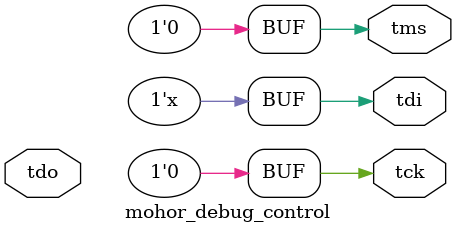
<source format=v>
`timescale 1ns/10ps


// Define IDCODE Value
`define IDCODE_VALUE  32'h14951185

// Length of the Instruction register
`define	IR_LENGTH	4

// Supported Instructions
`define EXTEST          4'b0000
`define SAMPLE_PRELOAD  4'b0001
`define IDCODE          4'b0010
`define DEBUG           4'b1000
`define MBIST           4'b1001
`define BYPASS          4'b1111

// Number of cells in boundary scan chain
`define BS_CELL_NB      32'd558

//dbg_defines.v

// Length of the MODULE ID register
`define	DBG_TOP_MODULE_ID_LENGTH	4

// Length of data
`define DBG_TOP_MODULE_DATA_LEN  `DBG_TOP_MODULE_ID_LENGTH + 1
`define DBG_TOP_DATA_CNT          3

// Length of status
`define DBG_TOP_STATUS_LEN        3'd4
`define DBG_TOP_STATUS_CNT_WIDTH  3

// Length of the CRC
`define	DBG_TOP_CRC_LEN           32
`define DBG_TOP_CRC_CNT           6

// Chains
`define DBG_TOP_WISHBONE_DEBUG_MODULE 4'h0
`define DBG_TOP_CPU0_DEBUG_MODULE     4'h1
`define DBG_TOP_CPU1_DEBUG_MODULE     4'h2

// dbg_wb_defines.v

// If WISHBONE sub-module is supported uncomment the folowing line
`define DBG_WISHBONE_SUPPORTED

// If CPU_0 sub-module is supported uncomment the folowing line
`define DBG_CPU0_SUPPORTED

// If CPU_1 sub-module is supported uncomment the folowing line
//`define DBG_CPU1_SUPPORTED

// If more debug info is needed, uncomment the follofing line
//`define DBG_MORE_INFO


// Defining length of the command
`define DBG_WB_CMD_LEN          3'd4
`define DBG_WB_CMD_CNT_WIDTH    3

// Defining length of the access_type field
`define DBG_WB_ACC_TYPE_LEN     3'd4

// Defining length of the address
`define DBG_WB_ADR_LEN          6'd32

// Defining length of the length register
`define DBG_WB_LEN_LEN          5'd16

// Defining total length of the DR needed
`define DBG_WB_DR_LEN           (`DBG_WB_ACC_TYPE_LEN + `DBG_WB_ADR_LEN + `DBG_WB_LEN_LEN)

// Defining length of the CRC
`define DBG_WB_CRC_LEN          6'd32
`define DBG_WB_CRC_CNT_WIDTH    6

// Defining length of status
`define DBG_WB_STATUS_LEN       3'd4
`define DBG_WB_STATUS_CNT_WIDTH 3

// Defining length of the data
`define DBG_WB_DATA_CNT_WIDTH     (`DBG_WB_LEN_LEN + 3)
`define DBG_WB_DATA_CNT_LIM_WIDTH `DBG_WB_LEN_LEN

//Defining commands
`define DBG_WB_GO               4'h0
`define DBG_WB_RD_COMM          4'h1
`define DBG_WB_WR_COMM          4'h2

// Defining access types for wishbone
`define DBG_WB_WRITE8           4'h0
`define DBG_WB_WRITE16          4'h1
`define DBG_WB_WRITE32          4'h2
`define DBG_WB_READ8            4'h4
`define DBG_WB_READ16           4'h5
`define DBG_WB_READ32           4'h6

// dbg_cpu_defines.v
// Defining length of the command
`define DBG_CPU_CMD_LEN          3'd4
`define DBG_CPU_CMD_CNT_WIDTH    3

// Defining length of the access_type field
`define DBG_CPU_ACC_TYPE_LEN     3'd4

// Defining length of the address
`define DBG_CPU_ADR_LEN          6'd32

// Defining length of the length register
`define DBG_CPU_LEN_LEN          5'd16

// Defining total length of the DR needed
//define DBG_CPU_DR_LEN           (`DBG_CPU_ACC_TYPE_LEN + `DBG_CPU_ADR_LEN + `DBG_CPU_LEN_LEN)
`define DBG_CPU_DR_LEN           52
// Defining length of the CRC
`define DBG_CPU_CRC_LEN          6'd32
`define DBG_CPU_CRC_CNT_WIDTH    6

// Defining length of status
`define DBG_CPU_STATUS_LEN       3'd4
`define DBG_CPU_STATUS_CNT_WIDTH 3

// Defining length of the data
//define DBG_CPU_DATA_CNT_WIDTH      `DBG_CPU_LEN_LEN + 3
`define DBG_CPU_DATA_CNT_WIDTH    19
//define DBG_CPU_DATA_CNT_LIM_WIDTH   `DBG_CPU_LEN_LEN
`define DBG_CPU_DATA_CNT_LIM_WIDTH 16
// Defining length of the control register
`define DBG_CPU_CTRL_LEN         2

//Defining commands
`define DBG_CPU_GO               4'h0
`define DBG_CPU_RD_COMM          4'h1
`define DBG_CPU_WR_COMM          4'h2
`define DBG_CPU_RD_CTRL          4'h3
`define DBG_CPU_WR_CTRL          4'h4

// Defining access types for wishbone
`define DBG_CPU_WRITE            4'h2
`define DBG_CPU_READ             4'h6

module mohor_debug_control(tms, tck, tdi, tdo);
   
   output               tms;
   output               tck;
   output               tdi;
   input                tdo;

   reg                  tms;
   reg                  tck;
   reg                  tdi;
   
   reg [31:0] 		in_data_le, in_data_be;
   reg [31:0] 		incoming_word;
   reg                  err;
   integer              i;
   
   reg [31:0] 		id;
   reg [31:0] 		npc;
   reg [31:0] 		ppc;
   reg [31:0] 		r1;
   reg [31:0] 		insn;
   reg [31:0] 		result;
   reg [31:0] 		tmp;
   
   reg [31:0] 		crc_out;
   reg [31:0] 		crc_in;
   wire                 crc_match_in;
   
   reg [`DBG_TOP_STATUS_LEN -1:0] status;
   reg [`DBG_WB_STATUS_LEN -1:0]  status_wb;
   reg [`DBG_CPU_STATUS_LEN -1:0] status_cpu;
   
   // Text used for easier debugging
   reg [199:0] 			  test_text;
   reg [`DBG_WB_CMD_LEN -1:0] 	  last_wb_cmd;
   reg [`DBG_CPU_CMD_LEN -1:0] 	  last_cpu_cmd;
   reg [199:0] 			  last_wb_cmd_text;
   reg [199:0] 			  last_cpu_cmd_text;
   
   reg [31:0] 			  data_storage [0:4095];   // Data storage (for write and read operations). 
   reg [18:0] 			  length_global;
   
   parameter 			  Tp    = 1;   
//parameter Tck   = 25;   // Clock half period (Clok period = 50 ns => 20 MHz)
   parameter 			  Tck   = 50;   // Clock half period (Clok period = 100 ns => 10 MHz)

   integer cmd;
   integer block_cmd_length;
   integer jtag_instn_val;
   integer set_chain_val;
   
   reg [1:0] cpu_ctrl_val; // two important bits for the ctrl reg
   reg [31:0] cmd_adr;
   reg [31:0]  cmd_size;
   reg [31:0] cmd_data;

   
   initial
     begin
	$display("Mohor JTAG debug interface enabled\n");
	tck    <=#Tp 1'b0;
	tdi    <=#Tp 1'bz;
	tms    <=#Tp 1'b0;
     end
   
   // Receiving data and calculating input crc
   always @(posedge tck)
     begin
	in_data_be[31:1] <= #1 in_data_be[30:0];
	in_data_be[0]    <= #1 tdo;
	
	in_data_le[31]   <= #1 tdo;
	in_data_le[30:0] <= #1 in_data_le[31:1];
     end

   // Generation of the TCK signal
   task gen_clk;
      input [31:0] number;
      integer 	   i;
      begin
	 for(i=0; i<number; i=i+1)
	   begin
              #Tck tck<=1;
              #Tck tck<=0;
	   end
      end
   endtask

   // TAP reset
   task reset_tap;
      
      begin
`ifdef DEBUG_INFO
	 $display("(%0t) Task reset_tap", $time);
`endif
	 tms<=#1 1'b1;
	 gen_clk(5);
      end
   endtask


   // Goes to RunTestIdle state
   task goto_run_test_idle;
      begin
`ifdef DEBUG_INFO
	 $display("(%0t) Task goto_run_test_idle", $time);
`endif
	 tms<=#1 1'b0;
	 gen_clk(1);
      end
   endtask

   // sets the instruction to the IR register and goes to the RunTestIdle state
   task set_instruction;
      input [3:0] instr;
      integer 	  i;
      
      begin
`ifdef DEBUG_INFO
	 case (instr)
	   `EXTEST          : $display("(%0t) Task set_instruction (EXTEST)", $time); 
	   `SAMPLE_PRELOAD  : $display("(%0t) Task set_instruction (SAMPLE_PRELOAD)", $time); 
	   `IDCODE          : $display("(%0t) Task set_instruction (IDCODE)", $time);
	   `DEBUG           : $display("(%0t) Task set_instruction (DEBUG)", $time);
	   `MBIST           : $display("(%0t) Task set_instruction (MBIST)", $time);
	   `BYPASS          : $display("(%0t) Task set_instruction (BYPASS)", $time);
	   default
             begin
                $display("(%0t) Task set_instruction (Unsupported instruction !!!)", $time);
                $display("\tERROR: Unsupported instruction !!!", $time);
                $stop;
             end
	 endcase
`endif

	 tms<=#1 1;
	 gen_clk(2);
	 tms<=#1 0;
	 gen_clk(2);  // we are in shiftIR

	 for(i=0; i<`IR_LENGTH-1; i=i+1)
	   begin
	      tdi<=#1 instr[i];
	      gen_clk(1);
	   end
	 
	 tdi<=#1 instr[i]; // last shift
	 tms<=#1 1;        // going out of shiftIR
	 gen_clk(1);
	 tdi<=#1 'hz;    // tri-state
	 gen_clk(1);
	 tms<=#1 0;
	 gen_clk(1);       // we are in RunTestIdle
      end
   endtask


   // send 32 bits through the device
   task test_bypass;
      input  [31:0] in;
      output [31:0] out;
      integer 	    i;
      
      reg [31:0]    out;

      begin
	 tms<=#Tp 1;
	 gen_clk(1);
	 tms<=#Tp 0;
	 gen_clk(2);             // we are in shiftDR

	 for(i=31; i>=0; i=i-1)
	   begin
	      tdi<=#Tp in[i];
	      gen_clk(1);
	   end

	 tms<=#Tp 1;             // going out of shiftDR
	 gen_clk(1);

	 out <=#Tp in_data_be;
	 tdi<=#Tp 'hz;

	 gen_clk(1);
	 tms<=#Tp 0;
	 gen_clk(1);             // we are in RunTestIdle
      end
   endtask

   // Reads the ID code
   task read_id_code;
      output [31:0] code;
      reg [31:0]    code;
      begin
`ifdef DEBUG_INFO
	 $display("(%0t) Task read_id_code", $time);
`endif

	 tms<=#1 1;
	 gen_clk(1);
	 tms<=#1 0;
	 gen_clk(2);  // we are in shiftDR
	 
	 tdi<=#1 0;
	 gen_clk(31);
	 
	 tms<=#1 1;        // going out of shiftIR
	 gen_clk(1);
	 
	 code = in_data_le;
	 
	 tdi<=#1 'hz; // tri-state
	 gen_clk(1);
	 tms<=#1 0;
	 gen_clk(1);       // we are in RunTestIdle
      end
   endtask

   // test bundary scan chain
   task test_bs;
      input  [31:0] in;
      output [31:0] out;
      integer 	    i;
      
      reg [31:0]    out;

      begin
	 tms<=#Tp 1;
	 gen_clk(1);
	 tms<=#Tp 0;
	 gen_clk(2);             // we are in shiftDR

	 for(i=31; i>=0; i=i-1)
	   begin
	      tdi<=#Tp in[i];
	      gen_clk(1);
	   end

	 gen_clk(`BS_CELL_NB-1);
	 tms<=#Tp 1;             // going out of shiftDR
	 gen_clk(1);

	 out <=#Tp in_data_be;

	 gen_clk(1);
	 tms<=#Tp 0;
	 gen_clk(1);             // we are in RunTestIdle
      end
   endtask



   // sets the selected scan chain and goes to the RunTestIdle state
   task module_select;
      input [`DBG_TOP_MODULE_ID_LENGTH -1:0]  data;
      input 				      gen_crc_err;
      integer 				      i;
      
      begin
`ifdef DEBUG_INFO
	 case (data)
	   `DBG_TOP_CPU1_DEBUG_MODULE : $display("(%0t) Task module_select (DBG_TOP_CPU1_DEBUG_MODULE, gen_crc_err=%0d)", $time, gen_crc_err);
	   `DBG_TOP_CPU0_DEBUG_MODULE : $display("(%0t) Task module_select (DBG_TOP_CPU0_DEBUG_MODULE, gen_crc_err=%0d)", $time, gen_crc_err);
	   `DBG_TOP_WISHBONE_DEBUG_MODULE : $display("(%0t) Task module_select (DBG_TOP_WISHBONE_DEBUG_MODULE gen_crc_err=%0d)", $time, gen_crc_err);
	   default               : $display("(%0t) Task module_select (ERROR!!! Unknown module selected)", $time);
	 endcase
`endif
	 
	 tms<=#1 1'b1;
	 gen_clk(1);
	 tms<=#1 1'b0;
	 gen_clk(2);  // we are in shiftDR
	 
	 status = {`DBG_TOP_STATUS_LEN{1'b0}};    // Initialize status to all 0's
	 crc_out = {`DBG_TOP_CRC_LEN{1'b1}}; // Initialize outgoing CRC to all ff    
	 tdi<=#1 1'b1; // module_select bit
	 calculate_crc(1'b1);
	 gen_clk(1);
	 
	 for(i=`DBG_TOP_MODULE_ID_LENGTH -1; i>=0; i=i-1) // Shifting module ID
	   begin
	      tdi<=#1 data[i];
	      calculate_crc(data[i]);
	      gen_clk(1);
	   end

	 for(i=`DBG_TOP_CRC_LEN -1; i>=0; i=i-1)
	   begin
	      if (gen_crc_err & (i==0))  // Generate crc error at last crc bit
		tdi<=#1 ~crc_out[i];   // error crc
	      else
		tdi<=#1 crc_out[i];    // ok crc
	      
	      gen_clk(1);
	   end
	 
	 tdi<=#1 1'hz;  // tri-state
	 
	 crc_in = {`DBG_TOP_CRC_LEN{1'b1}};  // Initialize incoming CRC to all ff
	 
	 for(i=`DBG_TOP_STATUS_LEN -1; i>=0; i=i-1)
	   begin
              gen_clk(1);     // Generating 1 clock to read out a status bit.
              status[i] = tdo;
	   end
	 
	 for(i=0; i<`DBG_TOP_CRC_LEN -1; i=i+1)
	   gen_clk(1);
	 
	 tms<=#1 1'b1;
	 gen_clk(1);         // to exit1_dr
	 
	 if (~crc_match_in)
	   begin
              $display("(%0t) Incoming CRC failed !!!", $time);
`ifdef DEBUG_INFO
              $stop;
`endif
	   end

	 tms<=#1 1'b1;
	 gen_clk(1);         // to update_dr
	 tms<=#1 1'b0;
	 gen_clk(1);         // to run_test_idle

	 if (|status)
	   begin
              $write("(*E) (%0t) Module select error: ", $time);
              casex (status)
		4'b1xxx : $display("CRC error !!!\n\n", $time);
		4'bx1xx : $display("Non-existing module selected !!!\n\n", $time);
		4'bxx1x : $display("Status[1] should be 1'b0 !!!\n\n", $time);
		4'bxxx1 : $display("Status[0] should be 1'b0 !!!\n\n", $time);
              endcase
`ifdef DEBUG_INFO
              $stop;
`endif
	   end
      end
   endtask   // module_select



   // 32-bit write to the wishbone
   task wb_write_32;
      input [31:0] data;
      input [`DBG_WB_ADR_LEN -1:0] addr;
      input [`DBG_WB_LEN_LEN -1:0] length;

      begin
	 data_storage[0] = data;
	 debug_wishbone_wr_comm(`DBG_WB_WRITE32, addr, length, 1'b0);
	 last_wb_cmd = `DBG_WB_WRITE32;  last_wb_cmd_text = "DBG_WB_WRITE32";
	 length_global = length + 1;
	 debug_wishbone_go(1'b0, 1'b0);
	 //debug_wishbone_go(1'b1, 1'b0); // maybe causes underrun/overrun error when wait for WB ready?
	 if (length>3)
	   $display("WARNING: Only first data word is stored for writting ( See module %m)");
      end
   endtask

   // block 32-bit write to the wishbone
   // presumes data is already in data_storage[]
   task wb_block_write_32;
				    
      input [`DBG_WB_ADR_LEN -1:0] addr;
      input [`DBG_WB_LEN_LEN -1:0] length;

      begin

	 debug_wishbone_wr_comm(`DBG_WB_WRITE32, addr, length-1, 1'b0);

	 last_wb_cmd = `DBG_WB_WRITE32;  last_wb_cmd_text = "DBG_WB_WRITE32";
	 
	 length_global = length; // number of bytes!
	 	 
	 debug_wishbone_go(1'b0, 1'b0);
	 
	 //debug_wishbone_go(1'b1, 1'b0); // maybe causes underrun/overrun error when wait for WB ready?
	 
      end
   endtask
   
   // 32-bit read from the wishbone
   task wb_read_32;

    output [31:0] data;

    input [`DBG_WB_ADR_LEN -1:0] addr;
    input [`DBG_WB_LEN_LEN -1:0] length;

      begin
	 debug_wishbone_wr_comm(`DBG_WB_READ32, addr, length, 1'b0);
	 last_wb_cmd = `DBG_WB_READ32;  last_wb_cmd_text = "DBG_WB_READ32";
	 length_global = length + 1;
	 //debug_wishbone_go(1'b0, 1'b0);
	 debug_wishbone_go(1'b1, 1'b0);
	 data = data_storage[0];
	 if (length>3)
	   $display("WARNING: Only first data word is stored for writting ( See module %m)");
      end
   endtask // wb_read_32

   // 8-bit read from the wishbone
   task wb_read_8;

    output [31:0] data;

    input [`DBG_WB_ADR_LEN -1:0] addr;
    input [`DBG_WB_LEN_LEN -1:0] length;

      begin
	 debug_wishbone_wr_comm(`DBG_WB_READ8, addr, length, 1'b0);
	 last_wb_cmd = `DBG_WB_READ8;  last_wb_cmd_text = "DBG_WB_READ8";
	 length_global = length + 1;
	 debug_wishbone_go(1'b1, 1'b0);
	 data = data_storage[0];
      end
   endtask // wb_read_8
   


   // block 32-bit read from the wishbone
   // assumes data will be stored into data_storage[]
   task wb_block_read_32;

    input [`DBG_WB_ADR_LEN -1:0] addr;
    input [`DBG_WB_LEN_LEN -1:0] length;

      begin
	 debug_wishbone_wr_comm(`DBG_WB_READ32, addr, length-1, 1'b0);

	 last_wb_cmd = `DBG_WB_READ32;  last_wb_cmd_text = "DBG_WB_READ32";
	 
	 length_global = length;
	 
	 //debug_wishbone_go(1'b0, 1'b0);
	 debug_wishbone_go(1'b1, 1'b0);
	 	 
      end
   endtask

				    
   // 16-bit write to the wishbone
   task wb_write_16;
      input [15:0] data;
      input [`DBG_WB_ADR_LEN -1:0] addr;
      input [`DBG_WB_LEN_LEN -1:0] length;

      begin
	 data_storage[0] = {data, 16'h0};
	 debug_wishbone_wr_comm(`DBG_WB_WRITE16, addr, length, 1'b0);
	 last_wb_cmd = `DBG_WB_WRITE16;  last_wb_cmd_text = "DBG_WB_WRITE16";
	 length_global = length + 1;
	 debug_wishbone_go(1'b0, 1'b0);
	 if (length>1)
	   $display("WARNING: Only first data half is stored for writting ( See module %m)");
      end
   endtask



   // 8-bit write to the wishbone
   task wb_write_8;
      input [7:0] data;
      input [`DBG_WB_ADR_LEN -1:0] addr;
      input [`DBG_WB_LEN_LEN -1:0] length;

      begin
	 data_storage[0] = {data, 24'h0};
	 debug_wishbone_wr_comm(`DBG_WB_WRITE8, addr, length, 1'b0);
	 last_wb_cmd = `DBG_WB_WRITE8;  last_wb_cmd_text = "DBG_WB_WRITE8";
	 length_global = length + 1;
	 debug_wishbone_go(1'b0, 1'b0);
	 if (length>0)
	   $display("WARNING: Only first data byte is stored for writting ( See module %m)");
      end
   endtask



   task debug_wishbone_wr_comm;
      input [`DBG_WB_ACC_TYPE_LEN -1:0]   acc_type;
      input [`DBG_WB_ADR_LEN -1:0] 	  addr;
      input [`DBG_WB_LEN_LEN -1:0] 	  length;
      input                               gen_crc_err;
      integer                             i;
      reg [`DBG_WB_CMD_LEN -1:0] 	  command;
      
      begin
`ifdef DEBUG_INFO
	 $display("(%0t) Task debug_wishbone_wr_comm: ", $time);
`endif
	 
	 command = `DBG_WB_WR_COMM;
	 tms<=#1 1'b1;
	 gen_clk(1);
	 tms<=#1 1'b0;
	 gen_clk(2);  // we are in shiftDR
	 
	 crc_out = {`DBG_WB_CRC_LEN{1'b1}}; // Initialize outgoing CRC to all ff
	 
	 tdi<=#1 1'b0; // module_select bit = 0
	 calculate_crc(1'b0);
	 gen_clk(1);
	 
	 for(i=`DBG_WB_CMD_LEN -1; i>=0; i=i-1)
	   begin
	      tdi<=#1 command[i]; // command
	      calculate_crc(command[i]);
	      gen_clk(1);
	   end
	 
	 for(i=`DBG_WB_ACC_TYPE_LEN -1; i>=0; i=i-1)
	   begin
	      tdi<=#1 acc_type[i]; // command
	      calculate_crc(acc_type[i]);
	      gen_clk(1);
	   end
	 
	 for(i=`DBG_WB_ADR_LEN -1; i>=0; i=i-1)       // address
	   begin
	      tdi<=#1 addr[i];
	      calculate_crc(addr[i]);
	      gen_clk(1);
	   end
	 
	 for(i=`DBG_WB_LEN_LEN -1; i>=0; i=i-1)       // length
	   begin
	      tdi<=#1 length[i];
	      calculate_crc(length[i]);
	      gen_clk(1);
	   end
	 
	 for(i=`DBG_WB_CRC_LEN -1; i>=0; i=i-1)
	   begin
	      if (gen_crc_err & (i==0))  // Generate crc error at last crc bit
		tdi<=#1 ~crc_out[i];   // error crc
	      else
		tdi<=#1 crc_out[i];    // ok crc
	      
	      gen_clk(1);
	   end
	 
	 tdi<=#1 1'hz;
	 
	 crc_in = {`DBG_WB_CRC_LEN{1'b1}};  // Initialize incoming CRC to all ff
	 
	 for(i=`DBG_WB_STATUS_LEN -1; i>=0; i=i-1)
	   begin
              gen_clk(1);     // Generating clock to read out a status bit.
              status_wb[i] = tdo;
	   end
	 
	 if (|status_wb)
	   begin
              $write("(*E) (%0t) debug_wishbone_wr_comm error: ", $time);
              casex (status_wb)
		4'b1xxx : $display("CRC error !!!\n\n", $time);
		4'bx1xx : $display("Unknown command !!!\n\n", $time);
		4'bxx1x : $display("WISHBONE error !!!\n\n", $time);
		4'bxxx1 : $display("Overrun/Underrun !!!\n\n", $time);
              endcase
`ifdef DEBUG_INFO
              $stop;
`endif
	   end
	 
	 
	 for(i=0; i<`DBG_WB_CRC_LEN -1; i=i+1)  // Getting in the CRC
	   begin
	      gen_clk(1);
	   end
	 
	 tms<=#1 1'b1;
	 gen_clk(1);         // to exit1_dr
	 
	 if (~crc_match_in)
	   begin
              $display("(%0t) Incoming CRC failed !!!", $time);
`ifdef DEBUG_INFO
              $stop;
`endif
	   end

	 tms<=#1 1'b1;
	 gen_clk(1);         // to update_dr
	 tms<=#1 1'b0;
	 gen_clk(1);         // to run_test_idle
      end
   endtask       // debug_wishbone_wr_comm



   task debug_wishbone_go;

      input         wait_for_wb_ready;
      input         gen_crc_err;
      integer 	    i;
      reg [4:0]     bit_pointer;
      integer       word_pointer;
      reg [31:0]    tmp_data;
      reg [`DBG_WB_CMD_LEN -1:0] command;
      
      
      begin
	 
`ifdef DEBUG_INFO
	 $display("(%0t) Task debug_wishbone_go (previous command was %0s): ", $time, last_wb_cmd_text);
`endif

	 command = `DBG_WB_GO;
	 word_pointer = 0;
	 
	 tms<=#1 1'b1;
	 gen_clk(1);
	 tms<=#1 1'b0;
	 gen_clk(2);  // we are in shiftDR
	 
	 crc_out = {`DBG_WB_CRC_LEN{1'b1}}; // Initialize outgoing CRC to all ff
	 
	 tdi<=#1 1'b0; // module_select bit = 0
	 calculate_crc(1'b0);
	 gen_clk(1);
	 
	 for(i=`DBG_WB_CMD_LEN -1; i>=0; i=i-1)
	   begin
	      tdi<=#1 command[i]; // command
	      calculate_crc(command[i]);
	      gen_clk(1);
	   end
	 
	 // W R I T E
	 if (
	     (last_wb_cmd == `DBG_WB_WRITE8) | (last_wb_cmd == `DBG_WB_WRITE16) | 
	     (last_wb_cmd == `DBG_WB_WRITE32)
	     )  // When WB_WRITEx was previously activated, data needs to be shifted.
	   begin
              for (i=0; i<((length_global) << 3); i=i+1)
		begin
		   
		   if ((!(i%32)) && (i>0))
		     begin			
			word_pointer = word_pointer + 1;
		     end
		   
		   tmp_data = data_storage[word_pointer];		   
		   
		   bit_pointer = 31-i[4:0];
		   
		   tdi<=#1 tmp_data[bit_pointer];
		   
		   calculate_crc(tmp_data[bit_pointer]);
		   
		   gen_clk(1);

		end
	   end
	 
	 for(i=`DBG_WB_CRC_LEN -1; i>=1; i=i-1)
	   begin
	      tdi<=#1 crc_out[i];
	      gen_clk(1);
	   end
	 
	 if (gen_crc_err)  // Generate crc error at last crc bit
	   tdi<=#1 ~crc_out[0];   // error crc
	 else
	   tdi<=#1 crc_out[0];    // ok crc
	 
	 if (wait_for_wb_ready)
	   begin
              tms<=#1 1'b1;
              gen_clk(1);       // to exit1_dr. Last CRC is shifted on this clk
              tms<=#1 1'b0;
              gen_clk(1);       // to pause_dr
	      
              #2;             // wait a bit for tdo to activate
              while (tdo)     // waiting for wb to send "ready"
		begin
		   gen_clk(1);       // staying in pause_dr
		end
	      
              tms<=#1 1'b1;
              gen_clk(1);       // to exit2_dr
              tms<=#1 1'b0;
              gen_clk(1);       // to shift_dr
	   end
	 else
	   begin
              gen_clk(1);       // Last CRC is shifted on this clk
	   end
	 
	 
	 tdi<=#1 1'hz;

	 // R E A D
	 
	 crc_in = {`DBG_WB_CRC_LEN{1'b1}};  // Initialize incoming CRC to all ff
	 
	 if (
	     (last_wb_cmd == `DBG_WB_READ8) | (last_wb_cmd == `DBG_WB_READ16) | 
	     (last_wb_cmd == `DBG_WB_READ32)
	     )  // When WB_READx was previously activated, data needs to be shifted.
	   begin
	      
`ifdef DEBUG_INFO
              $display("\t\tGenerating %0d clocks to read %0d data bytes.", length_global<<3, length_global);
`endif
              word_pointer = 0; // Reset pointer
	      
              for (i=0; i<(length_global<<3); i=i+1)
		begin
		   
		   gen_clk(1);
		   
		   if (i[2:0] == 7)   // Latching data
			incoming_word = {incoming_word[23:0],in_data_be[7:0]};

		   if (i[4:0] == 31)
		     begin
			data_storage[word_pointer] = incoming_word;
`ifdef DEBUG_INFO
			$display("\t\tin_data_be = 0x%x", incoming_word);
`endif
			word_pointer = word_pointer + 1;
			
		     end
		end // for (i=0; i<(length_global<<3); i=i+1)
	      
	      // Copy in any leftovers
	      if (length_global[1:0] != 0)
		begin
		   data_storage[word_pointer] = incoming_word;
`ifdef DEBUG_INFO
		   $display("\t\tin_data_be = 0x%x", incoming_word);
`endif		   
		end
	   end
	 
	 for(i=`DBG_WB_STATUS_LEN -1; i>=0; i=i-1)
	   begin
	      
              gen_clk(1);     // Generating clock to read out a status bit.
              status_wb[i] = tdo;
	      
	   end
	 
	 if (|status_wb)
	   begin
              $write("(*E) (%0t) debug_wishbone_go error: ", $time);
              casex (status_wb)
		4'b1xxx : $display("CRC error !!!\n\n", $time);
		4'bx1xx : $display("Unknown command !!!\n\n", $time);
		4'bxx1x : $display("WISHBONE error !!!\n\n", $time);
		4'bxxx1 : $display("Overrun/Underrun !!!\n\n", $time);
              endcase
`ifdef DEBUG_INFO
              $stop;
`endif
	   end
	 
	 
	 for(i=0; i<`DBG_WB_CRC_LEN -1; i=i+1)  // Getting in the CRC
	   begin
	      gen_clk(1);
	   end
	 
	 tms<=#1 1'b1;
	 gen_clk(1);         // to exit1_dr
	 
	 if (~crc_match_in)
	   begin
              $display("(%0t) Incoming CRC failed !!!", $time);
`ifdef DEBUG_INFO
              $stop;
`endif
	   end

	 tms<=#1 1'b1;
	 gen_clk(1);         // to update_dr
	 tms<=#1 1'b0;
	 gen_clk(1);         // to run_test_idle
      end
   endtask       // debug_wishbone_go



   task debug_cpu_wr_ctrl;
      input [`DBG_CPU_DR_LEN -1:0]  data;
      input [99:0] 		    text;
      integer                       i;
      reg [`DBG_CPU_CMD_LEN -1:0]   command;
      
      begin
	 test_text = text;
	 
`ifdef DEBUG_INFO
	 $display("(%0t) Task debug_cpu_wr_ctrl (data=0x%0x (%0s))", $time, data, text);
`endif
	 
	 command = `DBG_CPU_WR_CTRL;
	 tms<=#1 1'b1;
	 gen_clk(1);
	 tms<=#1 1'b0;
	 gen_clk(2);  // we are in shiftDR
	 
	 crc_out = {`DBG_CPU_CRC_LEN{1'b1}}; // Initialize outgoing CRC to all ff
	 
	 tdi<=#1 1'b0; // module_select bit = 0
	 calculate_crc(1'b0);
	 gen_clk(1);
	 
	 for(i=`DBG_CPU_CMD_LEN -1; i>=0; i=i-1)
	   begin
	      tdi<=#1 command[i]; // command
	      calculate_crc(command[i]);
	      gen_clk(1);
	   end

	 
	 for(i=`DBG_CPU_CTRL_LEN -1; i>=0; i=i-1)
	   begin
	      tdi<=#1 data[i];                                    // data (used cotrol bits
	      calculate_crc(data[i]);
	      gen_clk(1);
	   end

	 for(i=`DBG_CPU_DR_LEN - `DBG_CPU_CTRL_LEN -1; i>=0; i=i-1)  // unused control bits
	   begin
	      tdi<=#1 1'b0;
	      calculate_crc(1'b0);
	      gen_clk(1);
	   end
	 
	 
	 for(i=`DBG_CPU_CRC_LEN -1; i>=0; i=i-1)
	   begin
	      tdi<=#1 crc_out[i];    // ok crc
	      gen_clk(1);
	   end
	 
	 tdi<=#1 1'hz;
	 
	 crc_in = {`DBG_CPU_CRC_LEN{1'b1}};  // Initialize incoming CRC to all ff
	 
	 for(i=`DBG_CPU_STATUS_LEN -1; i>=0; i=i-1)
	   begin
              gen_clk(1);     // Generating clock to read out a status bit.
              status_cpu[i] = tdo;
	   end
	 
	 if (|status_cpu)
	   begin
              $write("(*E) (%0t) debug_cpu_wr_ctrl error: ", $time);
              casex (status_cpu)
		4'b1xxx : $display("CRC error !!!\n\n", $time);
		4'bx1xx : $display("??? error !!!\n\n", $time);
		4'bxx1x : $display("??? error !!!\n\n", $time);
		4'bxxx1 : $display("??? error !!!\n\n", $time);
              endcase
`ifdef DEBUG_INFO
              $stop;
`endif
	   end
	 
	 
	 for(i=0; i<`DBG_CPU_CRC_LEN -1; i=i+1)  // Getting in the CRC
	   begin
	      gen_clk(1);
	   end
	 
	 tms<=#1 1'b1;
	 gen_clk(1);         // to exit1_dr
	 
	 if (~crc_match_in)
	   begin
              $display("(%0t) Incoming CRC failed !!!", $time);
`ifdef DEBUG_INFO
              $stop;
`endif
	   end

	 tms<=#1 1'b1;
	 gen_clk(1);         // to update_dr
	 tms<=#1 1'b0;
	 gen_clk(1);         // to run_test_idle
      end
   endtask       // debug_cpu_wr_ctrl

   task debug_cpu_rd_ctrl;
      output [`DBG_CPU_DR_LEN -1:0]  data;
      //input [99:0] 		     text;
      integer 			     i;
      reg [`DBG_CPU_CMD_LEN -1:0]    command;
      
      begin

	 
`ifdef DEBUG_INFO
	 $display("(%0t) Task debug_cpu_rd_ctrl", $time);
`endif
	 
	 command = `DBG_CPU_RD_CTRL;
	 tms<=#1 1'b1;
	 gen_clk(1);
	 tms<=#1 1'b0;
	 gen_clk(2);  // we are in shiftDR
	 
	 crc_out = {`DBG_CPU_CRC_LEN{1'b1}}; // Initialize outgoing CRC to all ff
	 
	 tdi<=#1 1'b0; // module_select bit = 0
	 calculate_crc(1'b0);
	 gen_clk(1);
	 
	 for(i=`DBG_CPU_CMD_LEN -1; i>=0; i=i-1)
	   begin
	      tdi<=#1 command[i]; // command
	      calculate_crc(command[i]);
	      gen_clk(1);
	   end
	 
	 for(i=`DBG_CPU_CRC_LEN -1; i>=0; i=i-1)
	   begin
	      tdi<=#1 crc_out[i];    // ok crc
	      gen_clk(1);
	   end
	 
	 tdi<=#1 1'hz;
	 
	 crc_in = {`DBG_CPU_CRC_LEN{1'b1}};  // Initialize incoming CRC to all ff
	 
	 // Read incoming debug ctrl data (52 bits)
	 //cpu_ctrl_val[1:0];
	 gen_clk(1);
	 //cpu_ctrl_val[0]  <= #1 tdo; // cpu reset bit
	 data[0]  <= #1 tdo; // cpu reset bit
	 gen_clk(1);
	 //cpu_ctrl_val[1]  <= #1 tdo; // cpu stall bit
	 data[1]  <= #1 tdo; // cpu stall bit
	 
	 for(i=`DBG_CPU_DR_LEN - `DBG_CPU_CTRL_LEN -1; i>=0; i=i-1)  // unused control bits
	   begin
	      gen_clk(1);
	   end     
	 
	 for(i=`DBG_CPU_STATUS_LEN -1; i>=0; i=i-1)
	   begin
              gen_clk(1);     // Generating clock to read out a status bit.
              status_cpu[i] = tdo;
	   end
	 
	 if (|status_cpu)
	   begin
              $write("(*E) (%0t) debug_cpu_wr_ctrl error: ", $time);
              casex (status_cpu)
		4'b1xxx : $display("CRC error !!!\n\n", $time);
		4'bx1xx : $display("??? error !!!\n\n", $time);
		4'bxx1x : $display("??? error !!!\n\n", $time);
		4'bxxx1 : $display("??? error !!!\n\n", $time);
              endcase // casex (status_cpu)
	      
	   end
	 
	 
	 for(i=0; i<`DBG_CPU_CRC_LEN -1; i=i+1)  // Getting in the CRC
	   begin
	      gen_clk(1);
	   end
	 
	 tms<=#1 1'b1;
	 gen_clk(1);         // to exit1_dr
	 
	 if (~crc_match_in)
	   begin
              $display("(%0t) Incoming CRC failed !!!", $time);

	   end

	 tms<=#1 1'b1;
	 gen_clk(1);         // to update_dr
	 tms<=#1 1'b0;
	 gen_clk(1);         // to run_test_idle
      end
   endtask       // debug_cpu_rd_ctrl


   // 32-bit read from cpu
   task cpu_read_32;
      output [31:0] data;
      input [`DBG_WB_ADR_LEN -1:0] addr;
      input [`DBG_WB_LEN_LEN -1:0] length;

      reg [31:0] 		   tmp;

      begin
	 debug_cpu_wr_comm(`DBG_CPU_READ, addr, length, 1'b0);
	 
	 last_cpu_cmd = `DBG_CPU_READ;  last_cpu_cmd_text = "DBG_CPU_READ";
	 
	 length_global = length + 1;
	 
	 debug_cpu_go(1'b0, 1'b0);
	 
	 data = data_storage[0];
	 
	 if (length>3)
	   $display("WARNING: Only first data word is returned( See module %m.)");
	 
      end
   endtask

   // block of 32-bit reads from cpu
   task cpu_read_block;
      //output [31:0] data;
      input [`DBG_WB_ADR_LEN -1:0] addr;
      input [`DBG_WB_LEN_LEN -1:0] length;

      reg [31:0] 		   tmp;

      begin
	 debug_cpu_wr_comm(`DBG_CPU_READ, addr, length-1, 1'b0);
	 
	 last_cpu_cmd = `DBG_CPU_READ;  last_cpu_cmd_text = "DBG_CPU_READ";
	 
	 length_global = length;
	 
	 debug_cpu_go(1'b0, 1'b0);
	 
	 //data = data_storage[0];
	 
	 //if (length>3)
	 //  $display("WARNING: Only first data word is returned( See module %m.)");
	 
      end
   endtask


   // 32-bit write to cpu
   task cpu_write_32;
      input [31:0] data;
      input [`DBG_WB_ADR_LEN -1:0] addr;
      input [`DBG_WB_LEN_LEN -1:0] length;

      reg [31:0] 		   tmp;

      begin
	 debug_cpu_wr_comm(`DBG_CPU_WRITE, addr, length, 1'b0);
	 last_cpu_cmd = `DBG_CPU_WRITE;  last_cpu_cmd_text = "DBG_CPU_WRITE";
	 length_global = length + 1;
	 data_storage[0] = data;
	 debug_cpu_go(1'b0, 1'b0);
	 if (length>3)
	   $display("WARNING: Only first data word is stored for writting ( See module %m)");
      end
   endtask

   // block of 32-bit writes to cpu
   // Data will already be in data_storage
   task cpu_write_block;
      //input [31:0] data;
      input [`DBG_WB_ADR_LEN -1:0] addr;
      input [`DBG_WB_LEN_LEN -1:0] length;

      reg [31:0] 		   tmp;

      begin
	 debug_cpu_wr_comm(`DBG_CPU_WRITE, addr, length-1, 1'b0);
	 last_cpu_cmd = `DBG_CPU_WRITE;  last_cpu_cmd_text = "DBG_CPU_WRITE";
	 length_global = length;
	 debug_cpu_go(1'b0, 1'b0);
      end
   endtask


   task debug_cpu_wr_comm;
      input [`DBG_CPU_ACC_TYPE_LEN -1:0]  acc_type;
      input [`DBG_CPU_ADR_LEN -1:0] 	  addr;
      input [`DBG_CPU_LEN_LEN -1:0] 	  length;
      input                               gen_crc_err;
      integer                             i;
      reg [`DBG_CPU_CMD_LEN -1:0] 	  command;
      
      begin
`ifdef DEBUG_INFO
	 $display("(%0t) Task debug_cpu_wr_comm: ", $time);
`endif

	 command = `DBG_CPU_WR_COMM;
	 tms<=#1 1'b1;
	 gen_clk(1);
	 tms<=#1 1'b0;
	 gen_clk(2);  // we are in shiftDR

	 crc_out = {`DBG_CPU_CRC_LEN{1'b1}}; // Initialize outgoing CRC to all ff

	 tdi<=#1 1'b0; // module_select bit = 0
	 calculate_crc(1'b0);
	 gen_clk(1);

	 for(i=`DBG_CPU_CMD_LEN -1; i>=0; i=i-1)
	   begin
	      tdi<=#1 command[i]; // command
	      calculate_crc(command[i]);
	      gen_clk(1);
	   end

	 for(i=`DBG_CPU_ACC_TYPE_LEN -1; i>=0; i=i-1)
	   begin
	      tdi<=#1 acc_type[i]; // command
	      calculate_crc(acc_type[i]);
	      gen_clk(1);
	   end

	 for(i=`DBG_CPU_ADR_LEN -1; i>=0; i=i-1)       // address
	   begin
	      tdi<=#1 addr[i];
	      calculate_crc(addr[i]);
	      gen_clk(1);
	   end
	 
	 for(i=`DBG_CPU_LEN_LEN -1; i>=0; i=i-1)       // length
	   begin
	      tdi<=#1 length[i];
	      calculate_crc(length[i]);
	      gen_clk(1);
	   end

	 for(i=`DBG_CPU_CRC_LEN -1; i>=0; i=i-1)
	   begin
	      if (gen_crc_err & (i==0))      // Generate crc error at last crc bit
		tdi<=#1 ~crc_out[i];   // error crc
	      else
		tdi<=#1 crc_out[i];    // ok crc

	      gen_clk(1);
	   end

	 tdi<=#1 1'hz;

	 crc_in = {`DBG_CPU_CRC_LEN{1'b1}};  // Initialize incoming CRC to all ff

	 for(i=`DBG_CPU_STATUS_LEN -1; i>=0; i=i-1)
	   begin
              gen_clk(1);     // Generating clock to read out a status bit.
              status_cpu[i] = tdo;
	   end

	 if (|status_cpu)
	   begin
              $write("(*E) (%0t) debug_cpu_wr_comm error: ", $time);
              casex (status_cpu)
		4'b1xxx : $display("CRC error !!!\n\n", $time);
		4'bx1xx : $display("Unknown command !!!\n\n", $time);
		4'bxx1x : $display("??? error !!!\n\n", $time);
		4'bxxx1 : $display("Overrun/Underrun !!!\n\n", $time);
              endcase
`ifdef DEBUG_INFO
              $stop;
`endif
	   end


	 for(i=0; i<`DBG_CPU_CRC_LEN -1; i=i+1)  // Getting in the CRC
	   begin
	      gen_clk(1);
	   end

	 tms<=#1 1'b1;
	 gen_clk(1);         // to exit1_dr

	 if (~crc_match_in)
	   begin
              $display("(%0t) Incoming CRC failed !!!", $time);
`ifdef DEBUG_INFO
              $stop;
`endif
	   end

	 tms<=#1 1'b1;
	 gen_clk(1);         // to update_dr
	 tms<=#1 1'b0;
	 gen_clk(1);         // to run_test_idle
      end
   endtask       // debug_cpu_wr_comm



   task debug_cpu_go;
      input         wait_for_cpu_ready;
      input         gen_crc_err;
      integer 	    i;
      reg [4:0]     bit_pointer;
      integer       word_pointer;
      reg [31:0]    tmp_data;
      reg [`DBG_CPU_CMD_LEN -1:0] command;

      
      begin
`ifdef DEBUG_INFO
	 $display("(%0t) Task debug_cpu_go (previous command was %0s): ", $time, last_cpu_cmd_text);
`endif
	 command = `DBG_CPU_GO;
	 word_pointer = 0;

	 tms<=#1 1'b1;
	 gen_clk(1);
	 tms<=#1 1'b0;
	 gen_clk(2);  // we are in shiftDR

	 crc_out = {`DBG_CPU_CRC_LEN{1'b1}}; // Initialize outgoing CRC to all ff

	 tdi<=#1 1'b0; // module_select bit = 0
	 calculate_crc(1'b0);
	 gen_clk(1);

	 for(i=`DBG_CPU_CMD_LEN -1; i>=0; i=i-1)
	   begin
	      tdi<=#1 command[i]; // command
	      calculate_crc(command[i]);
	      gen_clk(1);
	   end


	 if (last_cpu_cmd == `DBG_CPU_WRITE)  // When DBG_CPU_WRITE was previously activated, data needs to be shifted.
	   begin
              for (i=0; i<((length_global) << 3); i=i+1)
		begin
		   tmp_data = data_storage[word_pointer];
		   if ((!(i%32)) && (i>0))
		     begin
			word_pointer = word_pointer + 1;
		     end
		   bit_pointer = 31-i[4:0];
		   tdi<=#1 tmp_data[bit_pointer];
		   calculate_crc(tmp_data[bit_pointer]);
		   gen_clk(1);

		end
	   end

	 for(i=`DBG_CPU_CRC_LEN -1; i>=1; i=i-1)
	   begin
	      tdi<=#1 crc_out[i];
	      gen_clk(1);
	   end

	 if (gen_crc_err)  // Generate crc error at last crc bit
	   tdi<=#1 ~crc_out[0];   // error crc
	 else
	   tdi<=#1 crc_out[0];    // ok crc

	 if (wait_for_cpu_ready)
	   begin
              tms<=#1 1'b1;
              gen_clk(1);       // to exit1_dr. Last CRC is shifted on this clk
              tms<=#1 1'b0;
              gen_clk(1);       // to pause_dr

              #2;             // wait a bit for tdo to activate
              while (tdo)     // waiting for wb to send "ready"
		begin
		   gen_clk(1);       // staying in pause_dr
		end
	      
              tms<=#1 1'b1;
              gen_clk(1);       // to exit2_dr
              tms<=#1 1'b0;
              gen_clk(1);       // to shift_dr
	   end
	 else
	   begin
              gen_clk(1);       // Last CRC is shifted on this clk
	   end


	 tdi<=#1 1'hz;
	 crc_in = {`DBG_CPU_CRC_LEN{1'b1}};  // Initialize incoming CRC to all ff

	 if (last_cpu_cmd == `DBG_CPU_READ)  // When DBG_CPU_READ was previously activated, data needs to be shifted.
	   begin
`ifdef DEBUG_INFO
              $display("\t\tGenerating %0d clocks to read %0d data bytes.", length_global<<3, length_global);
`endif
              word_pointer = 0; // Reset pointer
              for (i=0; i<(length_global<<3); i=i+1)
		begin
		   
		   gen_clk(1);
		   
		   if (i[4:0] == 31)   // Latching data
		     begin
			data_storage[word_pointer] = in_data_be;
`ifdef DEBUG_INFO
			$display("\t\tin_data_be = 0x%x", in_data_be);
`endif
			word_pointer = word_pointer + 1;
		     end
		   
		end
	   end


	 for(i=`DBG_CPU_STATUS_LEN -1; i>=0; i=i-1)
	   begin
              gen_clk(1);     // Generating clock to read out a status bit.
              status_cpu[i] = tdo;
	   end

	 if (|status_cpu)
	   begin
              $write("(*E) (%0t) debug_cpu_go error: ", $time);
              casex (status_cpu)
		4'b1xxx : $display("CRC error !!!\n\n", $time);
		4'bx1xx : $display("Unknown command !!!\n\n", $time);
		4'bxx1x : $display("??? error !!!\n\n", $time);
		4'bxxx1 : $display("Overrun/Underrun !!!\n\n", $time);
              endcase
              $stop;
	   end


	 for(i=0; i<`DBG_CPU_CRC_LEN -1; i=i+1)  // Getting in the CRC
	   begin
	      gen_clk(1);
	   end

	 tms<=#1 1'b1;
	 gen_clk(1);         // to exit1_dr

	 if (~crc_match_in)
	   begin
              $display("(%0t) Incoming CRC failed !!!", $time);
              $stop;
	   end

	 tms<=#1 1'b1;
	 gen_clk(1);         // to update_dr
	 tms<=#1 1'b0;
	 gen_clk(1);         // to run_test_idle
      end
   endtask       // debug_cpu_go




   // Calculating outgoing CRC
   task calculate_crc;
      input data;
      
      begin
	 crc_out[0]  <= #1 data          ^ crc_out[31];
	 crc_out[1]  <= #1 data          ^ crc_out[0]  ^ crc_out[31];
	 crc_out[2]  <= #1 data          ^ crc_out[1]  ^ crc_out[31];
	 crc_out[3]  <= #1 crc_out[2];
	 crc_out[4]  <= #1 data          ^ crc_out[3]  ^ crc_out[31];
	 crc_out[5]  <= #1 data          ^ crc_out[4]  ^ crc_out[31];
	 crc_out[6]  <= #1 crc_out[5];
	 crc_out[7]  <= #1 data          ^ crc_out[6]  ^ crc_out[31];
	 crc_out[8]  <= #1 data          ^ crc_out[7]  ^ crc_out[31];
	 crc_out[9]  <= #1 crc_out[8];
	 crc_out[10] <= #1 data         ^ crc_out[9]  ^ crc_out[31];
	 crc_out[11] <= #1 data         ^ crc_out[10] ^ crc_out[31];
	 crc_out[12] <= #1 data         ^ crc_out[11] ^ crc_out[31];
	 crc_out[13] <= #1 crc_out[12];
	 crc_out[14] <= #1 crc_out[13];
	 crc_out[15] <= #1 crc_out[14];
	 crc_out[16] <= #1 data         ^ crc_out[15] ^ crc_out[31];
	 crc_out[17] <= #1 crc_out[16];
	 crc_out[18] <= #1 crc_out[17];
	 crc_out[19] <= #1 crc_out[18];
	 crc_out[20] <= #1 crc_out[19];
	 crc_out[21] <= #1 crc_out[20];
	 crc_out[22] <= #1 data         ^ crc_out[21] ^ crc_out[31];
	 crc_out[23] <= #1 data         ^ crc_out[22] ^ crc_out[31];
	 crc_out[24] <= #1 crc_out[23];
	 crc_out[25] <= #1 crc_out[24];
	 crc_out[26] <= #1 data         ^ crc_out[25] ^ crc_out[31];
	 crc_out[27] <= #1 crc_out[26];
	 crc_out[28] <= #1 crc_out[27];
	 crc_out[29] <= #1 crc_out[28];
	 crc_out[30] <= #1 crc_out[29];
	 crc_out[31] <= #1 crc_out[30];
      end
   endtask // calculate_crc


   // Calculating and checking input CRC
   always @(posedge tck)
     begin
	crc_in[0]  <= #1 tdo           ^ crc_in[31];
	crc_in[1]  <= #1 tdo           ^ crc_in[0]  ^ crc_in[31];
	crc_in[2]  <= #1 tdo           ^ crc_in[1]  ^ crc_in[31];
	crc_in[3]  <= #1 crc_in[2];
	crc_in[4]  <= #1 tdo           ^ crc_in[3]  ^ crc_in[31];
	crc_in[5]  <= #1 tdo           ^ crc_in[4]  ^ crc_in[31];
	crc_in[6]  <= #1 crc_in[5];
	crc_in[7]  <= #1 tdo           ^ crc_in[6]  ^ crc_in[31];
	crc_in[8]  <= #1 tdo           ^ crc_in[7]  ^ crc_in[31];
	crc_in[9]  <= #1 crc_in[8];
	crc_in[10] <= #1 tdo          ^ crc_in[9]  ^ crc_in[31];
	crc_in[11] <= #1 tdo          ^ crc_in[10] ^ crc_in[31];
	crc_in[12] <= #1 tdo          ^ crc_in[11] ^ crc_in[31];
	crc_in[13] <= #1 crc_in[12];
	crc_in[14] <= #1 crc_in[13];
	crc_in[15] <= #1 crc_in[14];
	crc_in[16] <= #1 tdo          ^ crc_in[15] ^ crc_in[31];
	crc_in[17] <= #1 crc_in[16];
	crc_in[18] <= #1 crc_in[17];
	crc_in[19] <= #1 crc_in[18];
	crc_in[20] <= #1 crc_in[19];
	crc_in[21] <= #1 crc_in[20];
	crc_in[22] <= #1 tdo          ^ crc_in[21] ^ crc_in[31];
	crc_in[23] <= #1 tdo          ^ crc_in[22] ^ crc_in[31];
	crc_in[24] <= #1 crc_in[23];
	crc_in[25] <= #1 crc_in[24];
	crc_in[26] <= #1 tdo          ^ crc_in[25] ^ crc_in[31];
	crc_in[27] <= #1 crc_in[26];
	crc_in[28] <= #1 crc_in[27];
	crc_in[29] <= #1 crc_in[28];
	crc_in[30] <= #1 crc_in[29];
	crc_in[31] <= #1 crc_in[30];
     end
   
   assign crc_match_in = crc_in == 32'h0;


endmodule // vpi_debug_module

</source>
